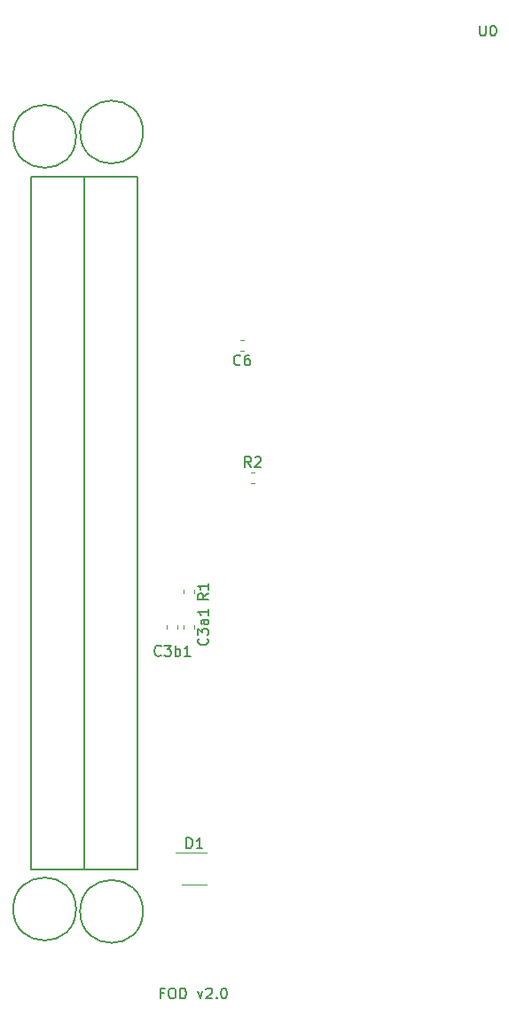
<source format=gto>
G04 #@! TF.GenerationSoftware,KiCad,Pcbnew,6.0.0-unknown-920f128~86~ubuntu18.04.1*
G04 #@! TF.CreationDate,2019-07-18T17:53:54-04:00*
G04 #@! TF.ProjectId,FOD,464f442e-6b69-4636-9164-5f7063625858,rev?*
G04 #@! TF.SameCoordinates,Original*
G04 #@! TF.FileFunction,Legend,Top*
G04 #@! TF.FilePolarity,Positive*
%FSLAX46Y46*%
G04 Gerber Fmt 4.6, Leading zero omitted, Abs format (unit mm)*
G04 Created by KiCad (PCBNEW 6.0.0-unknown-920f128~86~ubuntu18.04.1) date 2019-07-18 17:53:54*
%MOMM*%
%LPD*%
G04 APERTURE LIST*
%ADD10C,0.200000*%
%ADD11C,0.120000*%
%ADD12C,0.150000*%
G04 APERTURE END LIST*
D10*
X121966666Y-118878571D02*
X121633333Y-118878571D01*
X121633333Y-119402380D02*
X121633333Y-118402380D01*
X122109523Y-118402380D01*
X122680952Y-118402380D02*
X122871428Y-118402380D01*
X122966666Y-118450000D01*
X123061904Y-118545238D01*
X123109523Y-118735714D01*
X123109523Y-119069047D01*
X123061904Y-119259523D01*
X122966666Y-119354761D01*
X122871428Y-119402380D01*
X122680952Y-119402380D01*
X122585714Y-119354761D01*
X122490476Y-119259523D01*
X122442857Y-119069047D01*
X122442857Y-118735714D01*
X122490476Y-118545238D01*
X122585714Y-118450000D01*
X122680952Y-118402380D01*
X123538095Y-119402380D02*
X123538095Y-118402380D01*
X123776190Y-118402380D01*
X123919047Y-118450000D01*
X124014285Y-118545238D01*
X124061904Y-118640476D01*
X124109523Y-118830952D01*
X124109523Y-118973809D01*
X124061904Y-119164285D01*
X124014285Y-119259523D01*
X123919047Y-119354761D01*
X123776190Y-119402380D01*
X123538095Y-119402380D01*
X125204761Y-118735714D02*
X125442857Y-119402380D01*
X125680952Y-118735714D01*
X126014285Y-118497619D02*
X126061904Y-118450000D01*
X126157142Y-118402380D01*
X126395238Y-118402380D01*
X126490476Y-118450000D01*
X126538095Y-118497619D01*
X126585714Y-118592857D01*
X126585714Y-118688095D01*
X126538095Y-118830952D01*
X125966666Y-119402380D01*
X126585714Y-119402380D01*
X127014285Y-119307142D02*
X127061904Y-119354761D01*
X127014285Y-119402380D01*
X126966666Y-119354761D01*
X127014285Y-119307142D01*
X127014285Y-119402380D01*
X127680952Y-118402380D02*
X127776190Y-118402380D01*
X127871428Y-118450000D01*
X127919047Y-118497619D01*
X127966666Y-118592857D01*
X128014285Y-118783333D01*
X128014285Y-119021428D01*
X127966666Y-119211904D01*
X127919047Y-119307142D01*
X127871428Y-119354761D01*
X127776190Y-119402380D01*
X127680952Y-119402380D01*
X127585714Y-119354761D01*
X127538095Y-119307142D01*
X127490476Y-119211904D01*
X127442857Y-119021428D01*
X127442857Y-118783333D01*
X127490476Y-118592857D01*
X127538095Y-118497619D01*
X127585714Y-118450000D01*
X127680952Y-118402380D01*
X109305000Y-41015000D02*
X119465000Y-41015000D01*
X119465000Y-41015000D02*
X119465000Y-107055000D01*
X119465000Y-107055000D02*
X109305000Y-107055000D01*
X109305000Y-107055000D02*
X109305000Y-41015000D01*
X114385000Y-41015000D02*
X114385000Y-107055000D01*
X113595000Y-110865000D02*
G75*
G03X113595000Y-110865000I-3000000J0D01*
G01*
X119985000Y-111095000D02*
G75*
G03X119985000Y-111095000I-3000000J0D01*
G01*
X113595000Y-37205000D02*
G75*
G03X113595000Y-37205000I-3000000J0D01*
G01*
X119985000Y-36795000D02*
G75*
G03X119985000Y-36795000I-3000000J0D01*
G01*
D11*
X130308733Y-69210000D02*
X130651267Y-69210000D01*
X130308733Y-70230000D02*
X130651267Y-70230000D01*
X123840000Y-80771267D02*
X123840000Y-80428733D01*
X124860000Y-80771267D02*
X124860000Y-80428733D01*
X123675000Y-108550000D02*
X126075000Y-108550000D01*
X126075000Y-105450000D02*
X123125000Y-105450000D01*
X123310000Y-83828733D02*
X123310000Y-84171267D01*
X122290000Y-83828733D02*
X122290000Y-84171267D01*
X124860000Y-83828733D02*
X124860000Y-84171267D01*
X123840000Y-83828733D02*
X123840000Y-84171267D01*
X129621267Y-57660000D02*
X129278733Y-57660000D01*
X129621267Y-56640000D02*
X129278733Y-56640000D01*
D12*
X152138095Y-26624380D02*
X152138095Y-27433904D01*
X152185714Y-27529142D01*
X152233333Y-27576761D01*
X152328571Y-27624380D01*
X152519047Y-27624380D01*
X152614285Y-27576761D01*
X152661904Y-27529142D01*
X152709523Y-27433904D01*
X152709523Y-26624380D01*
X153376190Y-26624380D02*
X153471428Y-26624380D01*
X153566666Y-26672000D01*
X153614285Y-26719619D01*
X153661904Y-26814857D01*
X153709523Y-27005333D01*
X153709523Y-27243428D01*
X153661904Y-27433904D01*
X153614285Y-27529142D01*
X153566666Y-27576761D01*
X153471428Y-27624380D01*
X153376190Y-27624380D01*
X153280952Y-27576761D01*
X153233333Y-27529142D01*
X153185714Y-27433904D01*
X153138095Y-27243428D01*
X153138095Y-27005333D01*
X153185714Y-26814857D01*
X153233333Y-26719619D01*
X153280952Y-26672000D01*
X153376190Y-26624380D01*
X130313333Y-68742380D02*
X129980000Y-68266190D01*
X129741904Y-68742380D02*
X129741904Y-67742380D01*
X130122857Y-67742380D01*
X130218095Y-67790000D01*
X130265714Y-67837619D01*
X130313333Y-67932857D01*
X130313333Y-68075714D01*
X130265714Y-68170952D01*
X130218095Y-68218571D01*
X130122857Y-68266190D01*
X129741904Y-68266190D01*
X130694285Y-67837619D02*
X130741904Y-67790000D01*
X130837142Y-67742380D01*
X131075238Y-67742380D01*
X131170476Y-67790000D01*
X131218095Y-67837619D01*
X131265714Y-67932857D01*
X131265714Y-68028095D01*
X131218095Y-68170952D01*
X130646666Y-68742380D01*
X131265714Y-68742380D01*
X126202380Y-80766666D02*
X125726190Y-81100000D01*
X126202380Y-81338095D02*
X125202380Y-81338095D01*
X125202380Y-80957142D01*
X125250000Y-80861904D01*
X125297619Y-80814285D01*
X125392857Y-80766666D01*
X125535714Y-80766666D01*
X125630952Y-80814285D01*
X125678571Y-80861904D01*
X125726190Y-80957142D01*
X125726190Y-81338095D01*
X126202380Y-79814285D02*
X126202380Y-80385714D01*
X126202380Y-80100000D02*
X125202380Y-80100000D01*
X125345238Y-80195238D01*
X125440476Y-80290476D01*
X125488095Y-80385714D01*
X124156904Y-105072380D02*
X124156904Y-104072380D01*
X124395000Y-104072380D01*
X124537857Y-104120000D01*
X124633095Y-104215238D01*
X124680714Y-104310476D01*
X124728333Y-104500952D01*
X124728333Y-104643809D01*
X124680714Y-104834285D01*
X124633095Y-104929523D01*
X124537857Y-105024761D01*
X124395000Y-105072380D01*
X124156904Y-105072380D01*
X125680714Y-105072380D02*
X125109285Y-105072380D01*
X125395000Y-105072380D02*
X125395000Y-104072380D01*
X125299761Y-104215238D01*
X125204523Y-104310476D01*
X125109285Y-104358095D01*
X121704761Y-86657142D02*
X121657142Y-86704761D01*
X121514285Y-86752380D01*
X121419047Y-86752380D01*
X121276190Y-86704761D01*
X121180952Y-86609523D01*
X121133333Y-86514285D01*
X121085714Y-86323809D01*
X121085714Y-86180952D01*
X121133333Y-85990476D01*
X121180952Y-85895238D01*
X121276190Y-85800000D01*
X121419047Y-85752380D01*
X121514285Y-85752380D01*
X121657142Y-85800000D01*
X121704761Y-85847619D01*
X122038095Y-85752380D02*
X122657142Y-85752380D01*
X122323809Y-86133333D01*
X122466666Y-86133333D01*
X122561904Y-86180952D01*
X122609523Y-86228571D01*
X122657142Y-86323809D01*
X122657142Y-86561904D01*
X122609523Y-86657142D01*
X122561904Y-86704761D01*
X122466666Y-86752380D01*
X122180952Y-86752380D01*
X122085714Y-86704761D01*
X122038095Y-86657142D01*
X123085714Y-86752380D02*
X123085714Y-85752380D01*
X123085714Y-86133333D02*
X123180952Y-86085714D01*
X123371428Y-86085714D01*
X123466666Y-86133333D01*
X123514285Y-86180952D01*
X123561904Y-86276190D01*
X123561904Y-86561904D01*
X123514285Y-86657142D01*
X123466666Y-86704761D01*
X123371428Y-86752380D01*
X123180952Y-86752380D01*
X123085714Y-86704761D01*
X124514285Y-86752380D02*
X123942857Y-86752380D01*
X124228571Y-86752380D02*
X124228571Y-85752380D01*
X124133333Y-85895238D01*
X124038095Y-85990476D01*
X123942857Y-86038095D01*
X126137142Y-85095238D02*
X126184761Y-85142857D01*
X126232380Y-85285714D01*
X126232380Y-85380952D01*
X126184761Y-85523809D01*
X126089523Y-85619047D01*
X125994285Y-85666666D01*
X125803809Y-85714285D01*
X125660952Y-85714285D01*
X125470476Y-85666666D01*
X125375238Y-85619047D01*
X125280000Y-85523809D01*
X125232380Y-85380952D01*
X125232380Y-85285714D01*
X125280000Y-85142857D01*
X125327619Y-85095238D01*
X125232380Y-84761904D02*
X125232380Y-84142857D01*
X125613333Y-84476190D01*
X125613333Y-84333333D01*
X125660952Y-84238095D01*
X125708571Y-84190476D01*
X125803809Y-84142857D01*
X126041904Y-84142857D01*
X126137142Y-84190476D01*
X126184761Y-84238095D01*
X126232380Y-84333333D01*
X126232380Y-84619047D01*
X126184761Y-84714285D01*
X126137142Y-84761904D01*
X126232380Y-83285714D02*
X125708571Y-83285714D01*
X125613333Y-83333333D01*
X125565714Y-83428571D01*
X125565714Y-83619047D01*
X125613333Y-83714285D01*
X126184761Y-83285714D02*
X126232380Y-83380952D01*
X126232380Y-83619047D01*
X126184761Y-83714285D01*
X126089523Y-83761904D01*
X125994285Y-83761904D01*
X125899047Y-83714285D01*
X125851428Y-83619047D01*
X125851428Y-83380952D01*
X125803809Y-83285714D01*
X126232380Y-82285714D02*
X126232380Y-82857142D01*
X126232380Y-82571428D02*
X125232380Y-82571428D01*
X125375238Y-82666666D01*
X125470476Y-82761904D01*
X125518095Y-82857142D01*
X129283333Y-58937142D02*
X129235714Y-58984761D01*
X129092857Y-59032380D01*
X128997619Y-59032380D01*
X128854761Y-58984761D01*
X128759523Y-58889523D01*
X128711904Y-58794285D01*
X128664285Y-58603809D01*
X128664285Y-58460952D01*
X128711904Y-58270476D01*
X128759523Y-58175238D01*
X128854761Y-58080000D01*
X128997619Y-58032380D01*
X129092857Y-58032380D01*
X129235714Y-58080000D01*
X129283333Y-58127619D01*
X130140476Y-58032380D02*
X129950000Y-58032380D01*
X129854761Y-58080000D01*
X129807142Y-58127619D01*
X129711904Y-58270476D01*
X129664285Y-58460952D01*
X129664285Y-58841904D01*
X129711904Y-58937142D01*
X129759523Y-58984761D01*
X129854761Y-59032380D01*
X130045238Y-59032380D01*
X130140476Y-58984761D01*
X130188095Y-58937142D01*
X130235714Y-58841904D01*
X130235714Y-58603809D01*
X130188095Y-58508571D01*
X130140476Y-58460952D01*
X130045238Y-58413333D01*
X129854761Y-58413333D01*
X129759523Y-58460952D01*
X129711904Y-58508571D01*
X129664285Y-58603809D01*
M02*

</source>
